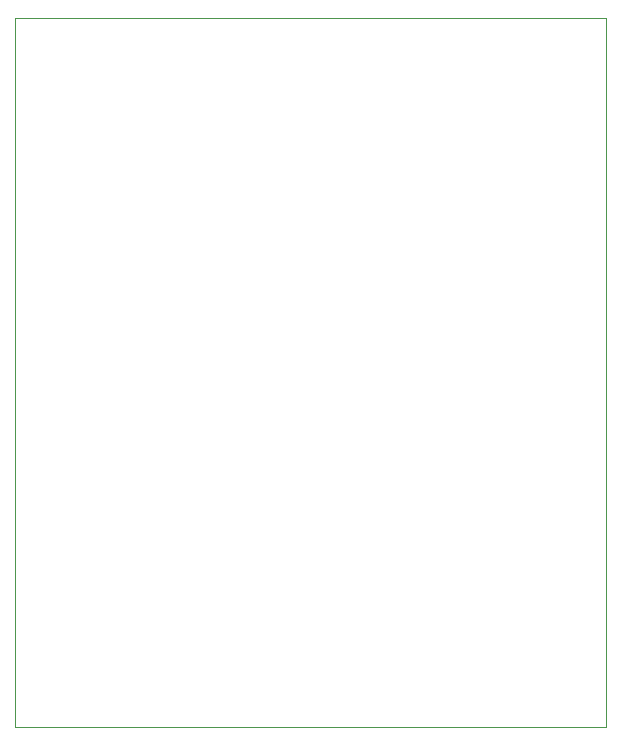
<source format=gbr>
%TF.GenerationSoftware,KiCad,Pcbnew,(6.0.1)*%
%TF.CreationDate,2022-02-20T19:29:58+01:00*%
%TF.ProjectId,NANOFC,4e414e4f-4643-42e6-9b69-6361645f7063,rev?*%
%TF.SameCoordinates,Original*%
%TF.FileFunction,Profile,NP*%
%FSLAX46Y46*%
G04 Gerber Fmt 4.6, Leading zero omitted, Abs format (unit mm)*
G04 Created by KiCad (PCBNEW (6.0.1)) date 2022-02-20 19:29:58*
%MOMM*%
%LPD*%
G01*
G04 APERTURE LIST*
%TA.AperFunction,Profile*%
%ADD10C,0.100000*%
%TD*%
G04 APERTURE END LIST*
D10*
X200000000Y-120000000D02*
X150000000Y-120000000D01*
X150000000Y-60000000D02*
X200000000Y-60000000D01*
X200000000Y-60000000D02*
X200000000Y-120000000D01*
X150000000Y-120000000D02*
X150000000Y-60000000D01*
M02*

</source>
